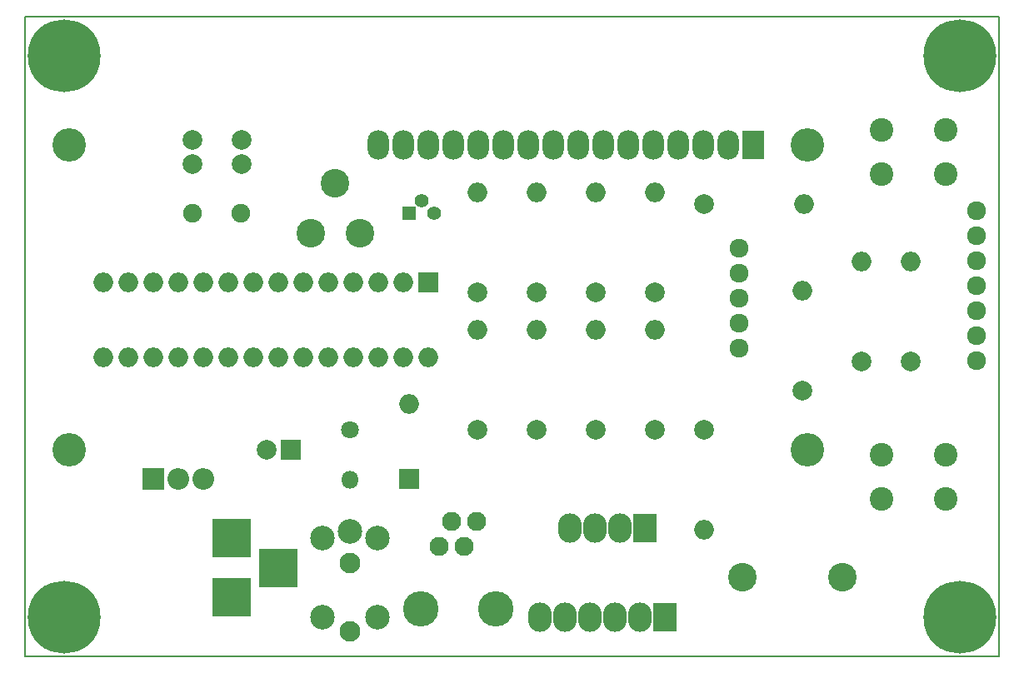
<source format=gbr>
%TF.GenerationSoftware,KiCad,Pcbnew,4.0.7-e2-6376~58~ubuntu16.04.1*%
%TF.CreationDate,2017-12-30T20:10:32+10:00*%
%TF.ProjectId,battmon0,626174746D6F6E302E6B696361645F70,rev?*%
%TF.FileFunction,Soldermask,Top*%
%FSLAX46Y46*%
G04 Gerber Fmt 4.6, Leading zero omitted, Abs format (unit mm)*
G04 Created by KiCad (PCBNEW 4.0.7-e2-6376~58~ubuntu16.04.1) date Sat Dec 30 20:10:32 2017*
%MOMM*%
%LPD*%
G01*
G04 APERTURE LIST*
%ADD10C,0.100000*%
%ADD11C,0.150000*%
%ADD12C,2.899360*%
%ADD13R,2.000000X2.000000*%
%ADD14C,2.000000*%
%ADD15O,2.000000X2.000000*%
%ADD16R,2.200000X3.000000*%
%ADD17O,2.200000X3.000000*%
%ADD18C,3.400000*%
%ADD19R,3.900000X3.900000*%
%ADD20C,1.950000*%
%ADD21C,3.600000*%
%ADD22C,2.500000*%
%ADD23C,2.100000*%
%ADD24C,2.900000*%
%ADD25C,2.400000*%
%ADD26C,1.800000*%
%ADD27O,1.800000X1.800000*%
%ADD28C,1.924000*%
%ADD29C,1.900000*%
%ADD30R,2.400000X3.000000*%
%ADD31O,2.400000X3.000000*%
%ADD32R,2.200000X2.200000*%
%ADD33O,2.200000X2.200000*%
%ADD34C,1.400000*%
%ADD35R,1.400000X1.400000*%
%ADD36C,7.400000*%
G04 APERTURE END LIST*
D10*
D11*
X134000000Y-127000000D02*
X134000000Y-192000000D01*
X35000000Y-127000000D02*
X134000000Y-127000000D01*
X35000000Y-192000000D02*
X35000000Y-127000000D01*
X134000000Y-192000000D02*
X35000000Y-192000000D01*
D12*
X118080000Y-184000000D03*
X107920000Y-184000000D03*
D13*
X62000000Y-171000000D03*
D14*
X59500000Y-171000000D03*
X57000000Y-142000000D03*
X57000000Y-139500000D03*
X52000000Y-142000000D03*
X52000000Y-139500000D03*
D13*
X74000000Y-174000000D03*
D15*
X74000000Y-166380000D03*
D16*
X109000000Y-140000000D03*
D17*
X106460000Y-140000000D03*
X103920000Y-140000000D03*
X101380000Y-140000000D03*
X98840000Y-140000000D03*
X96300000Y-140000000D03*
X93760000Y-140000000D03*
X91220000Y-140000000D03*
X88680000Y-140000000D03*
X86140000Y-140000000D03*
X83600000Y-140000000D03*
X81060000Y-140000000D03*
X78520000Y-140000000D03*
X75980000Y-140000000D03*
X73440000Y-140000000D03*
X70900000Y-140000000D03*
D18*
X114499100Y-140000000D03*
X114499100Y-171000700D03*
X39500520Y-171000700D03*
X39500000Y-140000000D03*
D19*
X56000000Y-180000000D03*
X56000000Y-186000000D03*
X60700000Y-183000000D03*
D20*
X77095000Y-180800000D03*
X78365000Y-178260000D03*
X79635000Y-180800000D03*
X80905000Y-178260000D03*
D21*
X75190000Y-187150000D03*
X82810000Y-187150000D03*
D22*
X68000000Y-179300000D03*
X65200000Y-180000000D03*
X70800000Y-180000000D03*
X65200000Y-188000000D03*
X70800000Y-188000000D03*
D23*
X68000000Y-182500000D03*
X68000000Y-189500000D03*
D14*
X114000000Y-165000000D03*
D15*
X114000000Y-154840000D03*
D14*
X87000000Y-155000000D03*
D15*
X87000000Y-144840000D03*
D14*
X87000000Y-169000000D03*
D15*
X87000000Y-158840000D03*
D14*
X93000000Y-155000000D03*
D15*
X93000000Y-144840000D03*
D14*
X120000000Y-162000000D03*
D15*
X120000000Y-151840000D03*
D14*
X81000000Y-169000000D03*
D15*
X81000000Y-158840000D03*
D14*
X104000000Y-146000000D03*
D15*
X114160000Y-146000000D03*
D14*
X81000000Y-155000000D03*
D15*
X81000000Y-144840000D03*
D14*
X99000000Y-169000000D03*
D15*
X99000000Y-158840000D03*
D14*
X104000000Y-169000000D03*
D15*
X104000000Y-179160000D03*
D24*
X66500000Y-143960000D03*
X69000000Y-149000000D03*
X64000000Y-149000000D03*
D25*
X122000000Y-138500000D03*
X122000000Y-143000000D03*
X128500000Y-138500000D03*
X128500000Y-143000000D03*
X122000000Y-171500000D03*
X122000000Y-176000000D03*
X128500000Y-171500000D03*
X128500000Y-176000000D03*
D26*
X68000000Y-169000000D03*
D27*
X68000000Y-174080000D03*
D13*
X76000000Y-154000000D03*
D15*
X42980000Y-161620000D03*
X73460000Y-154000000D03*
X45520000Y-161620000D03*
X70920000Y-154000000D03*
X48060000Y-161620000D03*
X68380000Y-154000000D03*
X50600000Y-161620000D03*
X65840000Y-154000000D03*
X53140000Y-161620000D03*
X63300000Y-154000000D03*
X55680000Y-161620000D03*
X60760000Y-154000000D03*
X58220000Y-161620000D03*
X58220000Y-154000000D03*
X60760000Y-161620000D03*
X55680000Y-154000000D03*
X63300000Y-161620000D03*
X53140000Y-154000000D03*
X65840000Y-161620000D03*
X50600000Y-154000000D03*
X68380000Y-161620000D03*
X48060000Y-154000000D03*
X70920000Y-161620000D03*
X45520000Y-154000000D03*
X73460000Y-161620000D03*
X42980000Y-154000000D03*
X76000000Y-161620000D03*
D28*
X107540000Y-160700000D03*
X107540000Y-158160000D03*
X107540000Y-155620000D03*
X107540000Y-153080000D03*
X107540000Y-150540000D03*
X131670000Y-161970000D03*
X131670000Y-159430000D03*
X131670000Y-156890000D03*
X131670000Y-154350000D03*
X131670000Y-151810000D03*
X131670000Y-149270000D03*
X131670000Y-146730000D03*
D29*
X52000000Y-147000000D03*
X56880000Y-147000000D03*
D30*
X98000000Y-179000000D03*
D31*
X95460000Y-179000000D03*
X92920000Y-179000000D03*
X90380000Y-179000000D03*
D32*
X48000000Y-174000000D03*
D33*
X50540000Y-174000000D03*
X53080000Y-174000000D03*
D30*
X100000000Y-188000000D03*
D31*
X97460000Y-188000000D03*
X94920000Y-188000000D03*
X92380000Y-188000000D03*
X89840000Y-188000000D03*
X87300000Y-188000000D03*
D34*
X75270000Y-145730000D03*
X76540000Y-147000000D03*
D35*
X74000000Y-147000000D03*
D14*
X93000000Y-169000000D03*
D15*
X93000000Y-158840000D03*
D14*
X99000000Y-155000000D03*
D15*
X99000000Y-144840000D03*
D36*
X39000000Y-188000000D03*
X130000000Y-188000000D03*
X39000000Y-131000000D03*
X130000000Y-131000000D03*
D14*
X125000000Y-162000000D03*
D15*
X125000000Y-151840000D03*
M02*

</source>
